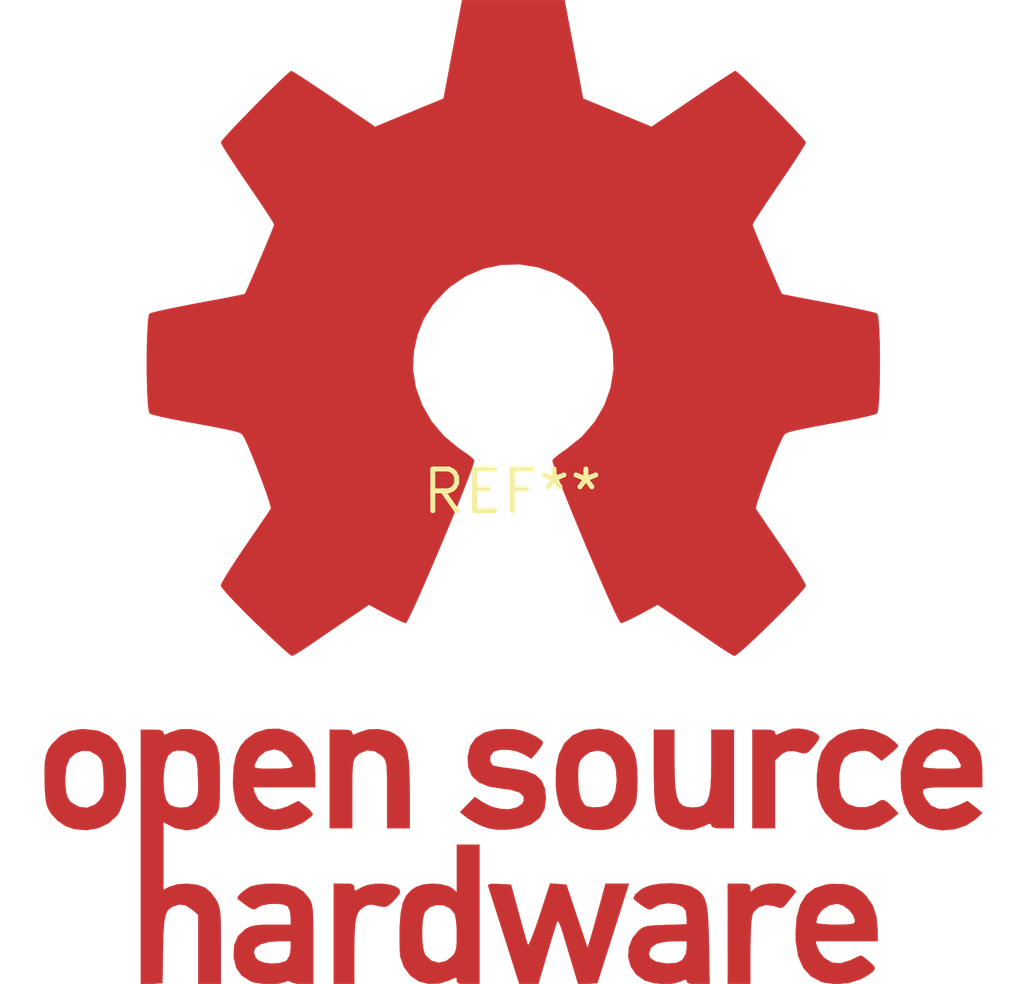
<source format=kicad_pcb>
(kicad_pcb (version 20240108) (generator pcbnew)
  (layers (0 "F.Cu" signal) (31 "B.Cu" signal) (34 "B.Paste" user) (35 "F.Paste" user) (36 "B.SilkS" user "B.Silkscreen") (37 "F.SilkS" user "F.Silkscreen") (38 "B.Mask" user) (39 "F.Mask" user) (44 "Edge.Cuts" user))
  (net 0 "")
  (footprint "OSHW-Logo_28.5x30mm_Copper" (layer "F.Cu") (at 0 0)
    (property "Reference" "REF**")
    (property "Value" "OSHW-Logo_28.5x30mm_Copper")
    (fp_poly (pts (xy 8.930982 7.236415) (xy 9.145641 7.301999) (xy 9.283849 7.384867) (xy 9.32887 7.450399) (xy 9.316477 7.52808) (xy 9.23607 7.650118) (xy 9.16808 7.736549) (xy 9.02792 7.892804) (xy 8.922617 7.958545) (xy 8.83285 7.954253) (xy 8.566559 7.886486) (xy 8.37099 7.889564) (xy 8.212179 7.966362) (xy 8.158863 8.011312) (xy 7.988207 8.169471) (xy 7.988207 10.23489) (xy 7.30172 10.23489) (xy 7.30172 7.239313) (xy 7.644963 7.239313) (xy 7.851043 7.247462) (xy 7.957364 7.276399) (xy 7.988193 7.332854) (xy 7.988207 7.334527) (xy 8.002766 7.393659) (xy 8.068604 7.385947) (xy 8.159828 7.343285) (xy 8.348239 7.2639) (xy 8.501233 7.216139) (xy 8.698091 7.203896) (xy 8.930982 7.236415)) (layer "F.Cu") (stroke (width 0.01)) (fill solid))
    (fp_poly (pts (xy 8.116008 11.91892) (xy 8.355923 11.966218) (xy 8.492508 12.036248) (xy 8.636189 12.152595) (xy 8.431769 12.410696) (xy 8.305733 12.567) (xy 8.220151 12.643256) (xy 8.135098 12.654906) (xy 8.01065 12.617391) (xy 7.952232 12.596166) (xy 7.714066 12.564851) (xy 7.495955 12.631977) (xy 7.335827 12.783621) (xy 7.309816 12.831971) (xy 7.281487 12.96005) (xy 7.259623 13.196093) (xy 7.245251 13.523369) (xy 7.239394 13.925143) (xy 7.239312 13.982298) (xy 7.239312 14.977887) (xy 6.552826 14.977887) (xy 6.552826 11.919902) (xy 6.896069 11.919902) (xy 7.093984 11.92507) (xy 7.197089 11.948068) (xy 7.235215 12.000137) (xy 7.239312 12.049247) (xy 7.239312 12.178593) (xy 7.403748 12.049247) (xy 7.592296 11.961004) (xy 7.845591 11.917372) (xy 8.116008 11.91892)) (layer "F.Cu") (stroke (width 0.01)) (fill solid))
    (fp_poly (pts (xy -4.930172 11.926534) (xy -4.836779 11.954529) (xy -4.806672 12.016034) (xy -4.805405 12.043801) (xy -4.800003 12.12114) (xy -4.762795 12.133281) (xy -4.662284 12.08026) (xy -4.60258 12.044034) (xy -4.414222 11.966454) (xy -4.189251 11.928095) (xy -3.953365 11.925146) (xy -3.732262 11.953796) (xy -3.551639 12.010236) (xy -3.437193 12.090656) (xy -3.414623 12.191244) (xy -3.426014 12.218484) (xy -3.509046 12.331559) (xy -3.637803 12.470631) (xy -3.661091 12.493111) (xy -3.783817 12.596486) (xy -3.889706 12.629886) (xy -4.037792 12.606576) (xy -4.097119 12.591086) (xy -4.281733 12.553884) (xy -4.411538 12.570613) (xy -4.521157 12.629618) (xy -4.621572 12.708802) (xy -4.695528 12.808387) (xy -4.746923 12.947365) (xy -4.779653 13.144726) (xy -4.797618 13.419463) (xy -4.804715 13.790565) (xy -4.805405 14.014628) (xy -4.805405 14.977887) (xy -5.429484 14.977887) (xy -5.429484 11.919902) (xy -5.117445 11.919902) (xy -4.930172 11.926534)) (layer "F.Cu") (stroke (width 0.01)) (fill solid))
    (fp_poly (pts (xy 4.930221 8.210737) (xy 4.93612 8.668443) (xy 4.957671 9.016099) (xy 5.000658 9.268083) (xy 5.070865 9.43877) (xy 5.174076 9.542536) (xy 5.316074 9.593757) (xy 5.491892 9.606842) (xy 5.676033 9.59218) (xy 5.8159 9.538613) (xy 5.917276 9.431762) (xy 5.985945 9.257253) (xy 6.027692 9.00071) (xy 6.048299 8.647755) (xy 6.053563 8.210737) (xy 6.053563 7.239313) (xy 6.740049 7.239313) (xy 6.740049 10.23489) (xy 6.396806 10.23489) (xy 6.189883 10.226506) (xy 6.083331 10.197059) (xy 6.053563 10.141157) (xy 6.035634 10.091369) (xy 5.964281 10.101902) (xy 5.820458 10.172361) (xy 5.490822 10.281055) (xy 5.141197 10.273354) (xy 4.806193 10.155325) (xy 4.646661 10.06209) (xy 4.524974 9.961141) (xy 4.436076 9.834832) (xy 4.374908 9.665513) (xy 4.336413 9.435538) (xy 4.315534 9.127259) (xy 4.307213 8.723028) (xy 4.306143 8.410434) (xy 4.306143 7.239313) (xy 4.930221 7.239313) (xy 4.930221 8.210737)) (layer "F.Cu") (stroke (width 0.01)) (fill solid))
    (fp_poly (pts (xy -3.742271 7.290868) (xy -3.58695 7.365056) (xy -3.436525 7.472218) (xy -3.321925 7.595553) (xy -3.238453 7.752862) (xy -3.181408 7.961943) (xy -3.146093 8.240595) (xy -3.127809 8.606618) (xy -3.121856 9.077808) (xy -3.121764 9.12715) (xy -3.120393 10.23489) (xy -3.806879 10.23489) (xy -3.806879 9.21367) (xy -3.807368 8.835334) (xy -3.810748 8.561123) (xy -3.819891 8.370349) (xy -3.837666 8.242323) (xy -3.866945 8.156354) (xy -3.910598 8.091754) (xy -3.971409 8.027921) (xy -4.184167 7.890769) (xy -4.416421 7.865318) (xy -4.637683 7.952034) (xy -4.71463 8.016574) (xy -4.771119 8.077254) (xy -4.811676 8.142237) (xy -4.838939 8.231947) (xy -4.855545 8.366804) (xy -4.864134 8.567231) (xy -4.867344 8.853648) (xy -4.867813 9.202323) (xy -4.867813 10.23489) (xy -5.5543 10.23489) (xy -5.5543 7.239313) (xy -5.211056 7.239313) (xy -5.004977 7.247462) (xy -4.898655 7.276399) (xy -4.867827 7.332854) (xy -4.867813 7.334527) (xy -4.85351 7.389815) (xy -4.790423 7.38354) (xy -4.664988 7.32279) (xy -4.3805 7.233407) (xy -4.055074 7.223466) (xy -3.742271 7.290868)) (layer "F.Cu") (stroke (width 0.01)) (fill solid))
    (fp_poly (pts (xy 11.004413 7.265449) (xy 11.365999 7.419055) (xy 11.479886 7.493829) (xy 11.625443 7.60874) (xy 11.716815 7.699093) (xy 11.732678 7.728522) (xy 11.687881 7.793825) (xy 11.573242 7.904636) (xy 11.481462 7.981976) (xy 11.230246 8.183859) (xy 11.031878 8.016944) (xy 10.878587 7.909187) (xy 10.729121 7.871992) (xy 10.558058 7.881075) (xy 10.286419 7.948613) (xy 10.099435 8.088794) (xy 9.985802 8.315415) (xy 9.934217 8.642271) (xy 9.934204 8.642475) (xy 9.938665 9.007803) (xy 10.007997 9.275847) (xy 10.146297 9.458342) (xy 10.240581 9.520143) (xy 10.490977 9.5971) (xy 10.758425 9.597146) (xy 10.991114 9.522477) (xy 11.046192 9.485996) (xy 11.184327 9.392807) (xy 11.292325 9.377534) (xy 11.408802 9.446894) (xy 11.53757 9.571472) (xy 11.741393 9.781764) (xy 11.515097 9.968297) (xy 11.165458 10.178822) (xy 10.77118 10.28257) (xy 10.359149 10.275058) (xy 10.088555 10.206267) (xy 9.772281 10.036148) (xy 9.519337 9.768521) (xy 9.404421 9.579607) (xy 9.311349 9.308557) (xy 9.264778 8.965269) (xy 9.264419 8.593221) (xy 9.309983 8.235889) (xy 9.401182 7.936749) (xy 9.415546 7.906079) (xy 9.628261 7.605279) (xy 9.916261 7.386271) (xy 10.256789 7.253601) (xy 10.627091 7.211812) (xy 11.004413 7.265449)) (layer "F.Cu") (stroke (width 0.01)) (fill solid))
    (fp_poly (pts (xy 3.031298 7.276244) (xy 3.346961 7.448152) (xy 3.593927 7.719533) (xy 3.710289 7.940248) (xy 3.760247 8.135193) (xy 3.792617 8.413104) (xy 3.806489 8.733251) (xy 3.800952 9.054904) (xy 3.775096 9.337333) (xy 3.744896 9.488178) (xy 3.643015 9.694538) (xy 3.466572 9.913724) (xy 3.253931 10.105395) (xy 3.043454 10.22921) (xy 3.038321 10.231174) (xy 2.777142 10.285277) (xy 2.467617 10.286617) (xy 2.17348 10.237361) (xy 2.059905 10.197883) (xy 1.767383 10.032003) (xy 1.557881 9.814672) (xy 1.420235 9.526946) (xy 1.34328 9.14988) (xy 1.325869 8.952375) (xy 1.32809 8.704196) (xy 1.997052 8.704196) (xy 2.019586 9.066334) (xy 2.08445 9.342298) (xy 2.187534 9.518621) (xy 2.260972 9.569042) (xy 2.449132 9.604203) (xy 2.672787 9.593793) (xy 2.866151 9.543196) (xy 2.916858 9.51536) (xy 3.050642 9.353233) (xy 3.138944 9.105113) (xy 3.176532 8.803157) (xy 3.158172 8.479519) (xy 3.117139 8.284744) (xy 2.999329 8.059181) (xy 2.813351 7.918181) (xy 2.589369 7.86943) (xy 2.357548 7.920615) (xy 2.179475 8.045814) (xy 2.085893 8.149111) (xy 2.031274 8.250927) (xy 2.00524 8.38872) (xy 1.997412 8.59995) (xy 1.997052 8.704196) (xy 1.32809 8.704196) (xy 1.330586 8.425336) (xy 1.416423 7.99315) (xy 1.583388 7.655799) (xy 1.831489 7.413269) (xy 2.160734 7.265544) (xy 2.231434 7.248413) (xy 2.656326 7.2082) (xy 3.031298 7.276244)) (layer "F.Cu") (stroke (width 0.01)) (fill solid))
    (fp_poly (pts (xy 1.397245 11.932578) (xy 1.644066 11.951106) (xy 1.966761 12.918428) (xy 2.289455 13.88575) (xy 2.390637 13.542507) (xy 2.451527 13.330379) (xy 2.531625 13.043713) (xy 2.618117 12.728606) (xy 2.663849 12.559583) (xy 2.83588 11.919902) (xy 3.545624 11.919902) (xy 3.333476 12.590787) (xy 3.229002 12.920765) (xy 3.102791 13.31879) (xy 2.970986 13.733981) (xy 2.853319 14.104177) (xy 2.58531 14.946684) (xy 2.295941 14.96551) (xy 2.006572 14.984337) (xy 1.849661 14.466248) (xy 1.752892 14.144409) (xy 1.647288 13.789603) (xy 1.554992 13.476243) (xy 1.551349 13.463772) (xy 1.482413 13.251444) (xy 1.42159 13.106568) (xy 1.378989 13.051784) (xy 1.370235 13.058121) (xy 1.339509 13.143053) (xy 1.281128 13.324985) (xy 1.202198 13.58104) (xy 1.109827 13.88834) (xy 1.059846 14.057371) (xy 0.789173 14.977887) (xy 0.214724 14.977887) (xy -0.2445 13.526905) (xy -0.373508 13.119886) (xy -0.491027 12.750256) (xy -0.591507 12.435379) (xy -0.669398 12.192621) (xy -0.719149 12.039344) (xy -0.734272 11.99456) (xy -0.7223 11.948707) (xy -0.628296 11.928625) (xy -0.432673 11.930633) (xy -0.40205 11.932152) (xy -0.03928 11.951106) (xy 0.198312 12.824816) (xy 0.285643 13.143457) (xy 0.363685 13.423563) (xy 0.425567 13.640815) (xy 0.464419 13.770892) (xy 0.471597 13.792099) (xy 0.501346 13.767713) (xy 0.561335 13.641364) (xy 0.644678 13.430254) (xy 0.744486 13.151587) (xy 0.828857 12.89986) (xy 1.150424 11.914049) (xy 1.397245 11.932578)) (layer "F.Cu") (stroke (width 0.01)) (fill solid))
    (fp_poly (pts (xy -12.597758 7.271742) (xy -12.27127 7.416083) (xy -12.02342 7.657103) (xy -11.853848 7.99517) (xy -11.762191 8.430652) (xy -11.755621 8.498646) (xy -11.750473 8.978026) (xy -11.817216 9.398218) (xy -11.95179 9.738788) (xy -12.023851 9.84834) (xy -12.274856 10.080202) (xy -12.594524 10.230372) (xy -12.952153 10.29269) (xy -13.317039 10.260998) (xy -13.594412 10.163388) (xy -13.832943 9.998894) (xy -14.027895 9.783226) (xy -14.031267 9.77818) (xy -14.110439 9.645066) (xy -14.161891 9.511212) (xy -14.193048 9.342284) (xy -14.211338 9.103947) (xy -14.219395 8.908501) (xy -14.222749 8.73126) (xy -13.598795 8.73126) (xy -13.592696 8.907702) (xy -13.570559 9.142579) (xy -13.531505 9.293314) (xy -13.461076 9.400555) (xy -13.395115 9.4632) (xy -13.161277 9.594362) (xy -12.916608 9.61189) (xy -12.688744 9.517518) (xy -12.574813 9.411766) (xy -12.492714 9.305197) (xy -12.444693 9.203225) (xy -12.423617 9.070516) (xy -12.422354 8.871736) (xy -12.428849 8.688671) (xy -12.442818 8.427157) (xy -12.464964 8.257539) (xy -12.504881 8.146903) (xy -12.572158 8.062338) (xy -12.625471 8.014006) (xy -12.848474 7.887045) (xy -13.089052 7.880716) (xy -13.290776 7.955918) (xy -13.462864 8.112963) (xy -13.565387 8.370936) (xy -13.598795 8.73126) (xy -14.222749 8.73126) (xy -14.226752 8.519838) (xy -14.214188 8.22917) (xy -14.176537 8.010552) (xy -14.108638 7.838037) (xy -14.005324 7.68568) (xy -13.967019 7.640441) (xy -13.727511 7.41504) (xy -13.470611 7.28338) (xy -13.156443 7.228219) (xy -13.003245 7.223711) (xy -12.597758 7.271742)) (layer "F.Cu") (stroke (width 0.01)) (fill solid))
    (fp_poly (pts (xy -0.998526 14.977887) (xy -1.341769 14.977887) (xy -1.540999 14.972047) (xy -1.644759 14.947858) (xy -1.682119 14.895322) (xy -1.685012 14.859799) (xy -1.691312 14.788563) (xy -1.731042 14.774902) (xy -1.835445 14.818815) (xy -1.916635 14.859799) (xy -2.228339 14.956917) (xy -2.567175 14.962537) (xy -2.842652 14.890105) (xy -3.099179 14.715115) (xy -3.294725 14.456822) (xy -3.401802 14.15216) (xy -3.404529 14.135126) (xy -3.420438 13.949271) (xy -3.428349 13.682461) (xy -3.427713 13.48067) (xy -2.746007 13.48067) (xy -2.730214 13.748873) (xy -2.69429 13.969935) (xy -2.645656 14.094772) (xy -2.461667 14.265369) (xy -2.243213 14.326525) (xy -2.017935 14.27707) (xy -1.82543 14.129552) (xy -1.752525 14.030337) (xy -1.709897 13.911944) (xy -1.68993 13.739128) (xy -1.685012 13.479555) (xy -1.693814 13.222505) (xy -1.717064 12.996658) (xy -1.750023 12.845517) (xy -1.755516 12.831971) (xy -1.888433 12.670907) (xy -2.082435 12.58248) (xy -2.299501 12.568202) (xy -2.501613 12.629587) (xy -2.650753 12.768149) (xy -2.666224 12.795721) (xy -2.714649 12.963843) (xy -2.741031 13.205576) (xy -2.746007 13.48067) (xy -3.427713 13.48067) (xy -3.42739 13.378353) (xy -3.422903 13.214684) (xy -3.392382 12.809784) (xy -3.328946 12.505785) (xy -3.223417 12.281049) (xy -3.066618 12.113939) (xy -2.914393 12.015842) (xy -2.701709 11.946883) (xy -2.437184 11.923232) (xy -2.166313 11.942496) (xy -1.934595 12.002284) (xy -1.812167 12.073805) (xy -1.685012 12.188879) (xy -1.685012 10.734153) (xy -0.998526 10.734153) (xy -0.998526 14.977887)) (layer "F.Cu") (stroke (width 0.01)) (fill solid))
    (fp_poly (pts (xy 13.290794 7.228604) (xy 13.450597 7.267426) (xy 13.756969 7.409584) (xy 14.018947 7.626699) (xy 14.200256 7.887015) (xy 14.225165 7.945464) (xy 14.259336 8.09856) (xy 14.283255 8.325036) (xy 14.291401 8.55394) (xy 14.291401 8.986733) (xy 13.386487 8.986733) (xy 13.013262 8.988143) (xy 12.750333 8.99671) (xy 12.583184 9.018933) (xy 12.497297 9.061313) (xy 12.478154 9.130351) (xy 12.511239 9.232548) (xy 12.570504 9.352129) (xy 12.735824 9.551697) (xy 12.96556 9.651122) (xy 13.246355 9.647883) (xy 13.564426 9.539667) (xy 13.839317 9.406115) (xy 14.295509 9.766831) (xy 14.08092 9.965096) (xy 13.794435 10.152426) (xy 13.442112 10.26537) (xy 13.06314 10.296977) (xy 12.696712 10.240297) (xy 12.637592 10.221065) (xy 12.31554 10.052881) (xy 12.075977 9.802143) (xy 11.913855 9.461367) (xy 11.824124 9.023066) (xy 11.823079 9.013672) (xy 11.815044 8.536002) (xy 11.847523 8.365591) (xy 12.481573 8.365591) (xy 12.539804 8.391796) (xy 12.6979 8.411868) (xy 12.930961 8.423328) (xy 13.078653 8.425062) (xy 13.354074 8.423977) (xy 13.526284 8.417076) (xy 13.616887 8.398887) (xy 13.647488 8.36394) (xy 13.639691 8.306764) (xy 13.633151 8.284644) (xy 13.521503 8.076796) (xy 13.34591 7.909286) (xy 13.190948 7.835677) (xy 12.98508 7.840122) (xy 12.776472 7.931916) (xy 12.601482 8.083898) (xy 12.496472 8.268906) (xy 12.481573 8.365591) (xy 11.847523 8.365591) (xy 11.895118 8.115879) (xy 12.053978 7.763306) (xy 12.282299 7.488289) (xy 12.570758 7.30083) (xy 12.910031 7.210934) (xy 13.290794 7.228604)) (layer "F.Cu") (stroke (width 0.01)) (fill solid))
    (fp_poly (pts (xy 0.069569 7.22858) (xy 0.305899 7.273399) (xy 0.551076 7.36714) (xy 0.577273 7.379091) (xy 0.7632 7.476856) (xy 0.891963 7.567708) (xy 0.933582 7.625909) (xy 0.893948 7.720827) (xy 0.797676 7.860878) (xy 0.754943 7.913158) (xy 0.578842 8.118944) (xy 0.35181 7.984992) (xy 0.135744 7.895756) (xy -0.113906 7.848057) (xy -0.353318 7.845044) (xy -0.538667 7.889864) (xy -0.583147 7.917839) (xy -0.667856 8.046105) (xy -0.67815 8.193857) (xy -0.614766 8.309283) (xy -0.577273 8.331668) (xy -0.464924 8.359469) (xy -0.267439 8.392143) (xy -0.023994 8.423366) (xy 0.020917 8.428262) (xy 0.411922 8.495899) (xy 0.695512 8.610788) (xy 0.88359 8.783537) (xy 0.988055 9.024755) (xy 1.020597 9.319384) (xy 0.975641 9.654297) (xy 0.829658 9.917294) (xy 0.582065 10.108851) (xy 0.232276 10.229442) (xy -0.15602 10.27702) (xy -0.472663 10.276448) (xy -0.729504 10.233236) (xy -0.904914 10.173577) (xy -1.126552 10.069627) (xy -1.331378 9.948991) (xy -1.404177 9.895893) (xy -1.5914 9.743071) (xy -1.365601 9.51459) (xy -1.139801 9.286108) (xy -0.883082 9.455997) (xy -0.625596 9.583595) (xy -0.350641 9.650335) (xy -0.086333 9.657377) (xy 0.139208 9.605882) (xy 0.297866 9.49701) (xy 0.349096 9.405148) (xy 0.341411 9.257823) (xy 0.214111 9.145163) (xy -0.032458 9.067366) (xy -0.302601 9.03141) (xy -0.718348 8.962809) (xy -1.027206 8.833382) (xy -1.233306 8.63934) (xy -1.340782 8.376893) (xy -1.355671 8.065737) (xy -1.282127 7.740727) (xy -1.114457 7.495064) (xy -0.851157 7.327626) (xy -0.490726 7.237289) (xy -0.223702 7.219581) (xy 0.069569 7.22858)) (layer "F.Cu") (stroke (width 0.01)) (fill solid))
    (fp_poly (pts (xy 10.087994 11.936215) (xy 10.3863 12.013772) (xy 10.636124 12.173838) (xy 10.757086 12.293413) (xy 10.955373 12.576088) (xy 11.069012 12.904004) (xy 11.108052 13.307095) (xy 11.108252 13.339681) (xy 11.1086 13.667322) (xy 9.222833 13.667322) (xy 9.26303 13.838944) (xy 9.33561 13.994377) (xy 9.462638 14.156332) (xy 9.489207 14.182187) (xy 9.717555 14.322117) (xy 9.977958 14.345848) (xy 10.277693 14.253786) (xy 10.328501 14.228993) (xy 10.484338 14.153625) (xy 10.588718 14.110685) (xy 10.60693 14.106714) (xy 10.670505 14.145276) (xy 10.791753 14.23962) (xy 10.853301 14.291174) (xy 10.980839 14.409603) (xy 11.02272 14.487801) (xy 10.993654 14.559735) (xy 10.978117 14.579405) (xy 10.872884 14.665491) (xy 10.699241 14.770114) (xy 10.578133 14.831189) (xy 10.234363 14.938798) (xy 9.85377 14.973664) (xy 9.49333 14.932349) (xy 9.392383 14.902767) (xy 9.079951 14.73534) (xy 8.848367 14.477715) (xy 8.69629 14.12739) (xy 8.62238 13.681859) (xy 8.614265 13.448895) (xy 8.637959 13.109714) (xy 9.236364 13.109714) (xy 9.294242 13.134788) (xy 9.449818 13.154462) (xy 9.676002 13.166072) (xy 9.829238 13.168059) (xy 10.104869 13.166143) (xy 10.278836 13.157173) (xy 10.374274 13.136318) (xy 10.414315 13.098746) (xy 10.422113 13.044228) (xy 10.36861 12.87629) (xy 10.233906 12.710314) (xy 10.056706 12.58292) (xy 9.879437 12.530807) (xy 9.638666 12.577036) (xy 9.430237 12.71068) (xy 9.285725 12.903318) (xy 9.236364 13.109714) (xy 8.637959 13.109714) (xy 8.648769 12.95498) (xy 8.75526 12.561466) (xy 8.935991 12.265234) (xy 9.193215 12.063166) (xy 9.529187 11.952142) (xy 9.711197 11.93076) (xy 10.087994 11.936215)) (layer "F.Cu") (stroke (width 0.01)) (fill solid))
    (fp_poly (pts (xy -6.733493 7.308798) (xy -6.671303 7.338077) (xy -6.456057 7.495751) (xy -6.252521 7.725857) (xy -6.100542 7.979227) (xy -6.057315 8.095715) (xy -6.017876 8.303791) (xy -5.99436 8.555253) (xy -5.991503 8.659091) (xy -5.991155 8.986733) (xy -7.876922 8.986733) (xy -7.836725 9.158354) (xy -7.738058 9.361332) (xy -7.565558 9.536753) (xy -7.360337 9.649754) (xy -7.229561 9.673219) (xy -7.052212 9.644743) (xy -6.840616 9.573322) (xy -6.768735 9.540462) (xy -6.502914 9.407704) (xy -6.27606 9.580734) (xy -6.145159 9.697762) (xy -6.075508 9.794355) (xy -6.07198 9.822705) (xy -6.134205 9.891414) (xy -6.270575 9.995831) (xy -6.394351 10.077291) (xy -6.728359 10.223728) (xy -7.102809 10.290007) (xy -7.473939 10.272775) (xy -7.769779 10.182698) (xy -8.074744 9.989738) (xy -8.291472 9.735681) (xy -8.427051 9.406982) (xy -8.488576 8.990095) (xy -8.494032 8.799338) (xy -8.472198 8.362209) (xy -8.469516 8.349493) (xy -7.844659 8.349493) (xy -7.827449 8.390485) (xy -7.756719 8.41309) (xy -7.610835 8.422779) (xy -7.368164 8.425023) (xy -7.274721 8.425062) (xy -6.990425 8.421675) (xy -6.810134 8.409374) (xy -6.713171 8.384952) (xy -6.678855 8.345201) (xy -6.677641 8.332435) (xy -6.716804 8.23099) (xy -6.81482 8.088878) (xy -6.856957 8.039118) (xy -7.01339 7.898386) (xy -7.176455 7.843053) (xy -7.264311 7.838428) (xy -7.50199 7.896268) (xy -7.701307 8.051633) (xy -7.827741 8.277292) (xy -7.829982 8.284644) (xy -7.844659 8.349493) (xy -8.469516 8.349493) (xy -8.399589 8.018011) (xy -8.268789 7.742629) (xy -8.10882 7.54715) (xy -7.813066 7.335184) (xy -7.465402 7.221915) (xy -7.095616 7.211676) (xy -6.733493 7.308798)) (layer "F.Cu") (stroke (width 0.01)) (fill solid))
    (fp_poly (pts (xy 5.153781 11.938435) (xy 5.416829 12.002325) (xy 5.492866 12.036174) (xy 5.640258 12.124832) (xy 5.753375 12.224688) (xy 5.837072 12.353077) (xy 5.896206 12.527339) (xy 5.935633 12.76481) (xy 5.960208 13.082828) (xy 5.974789 13.49873) (xy 5.980325 13.776536) (xy 6.000699 14.977887) (xy 5.652684 14.977887) (xy 5.441555 14.969034) (xy 5.332782 14.93878) (xy 5.304668 14.887977) (xy 5.289826 14.83304) (xy 5.223468 14.843544) (xy 5.133047 14.887592) (xy 4.906683 14.95511) (xy 4.615757 14.973304) (xy 4.309764 14.943545) (xy 4.0382 14.867202) (xy 4.013844 14.856605) (xy 3.76565 14.682248) (xy 3.602033 14.439865) (xy 3.526746 14.156542) (xy 3.532497 14.054752) (xy 4.146746 14.054752) (xy 4.200869 14.191739) (xy 4.361339 14.289904) (xy 4.620239 14.342589) (xy 4.7586 14.349585) (xy 4.989185 14.331676) (xy 5.142457 14.262075) (xy 5.179853 14.228993) (xy 5.281162 14.049006) (xy 5.304668 13.88575) (xy 5.304668 13.667322) (xy 5.00043 13.667322) (xy 4.646772 13.685348) (xy 4.398716 13.742043) (xy 4.241981 13.841336) (xy 4.206889 13.885603) (xy 4.146746 14.054752) (xy 3.532497 14.054752) (xy 3.543539 13.859362) (xy 3.656163 13.575411) (xy 3.809829 13.383515) (xy 3.902898 13.300551) (xy 3.994008 13.246029) (xy 4.112557 13.212786) (xy 4.287942 13.193658) (xy 4.549562 13.181482) (xy 4.65333 13.177981) (xy 5.304668 13.156698) (xy 5.303713 12.959553) (xy 5.278487 12.752327) (xy 5.187287 12.627025) (xy 5.003041 12.546976) (xy 4.998099 12.54555) (xy 4.736873 12.514075) (xy 4.481255 12.555187) (xy 4.291282 12.65516) (xy 4.215058 12.704525) (xy 4.13296 12.697695) (xy 4.006624 12.626174) (xy 3.932437 12.575699) (xy 3.787328 12.467855) (xy 3.697443 12.387016) (xy 3.68302 12.363872) (xy 3.74241 12.2441) (xy 3.917885 12.101065) (xy 3.994103 12.052805) (xy 4.213215 11.969687) (xy 4.508509 11.922598) (xy 4.83652 11.912019) (xy 5.153781 11.938435)) (layer "F.Cu") (stroke (width 0.01)) (fill solid))
    (fp_poly (pts (xy -6.870038 11.944081) (xy -6.576443 12.022417) (xy -6.352942 12.164409) (xy -6.195224 12.350384) (xy -6.146193 12.429755) (xy -6.109995 12.512896) (xy -6.084689 12.619251) (xy -6.068335 12.768266) (xy -6.058993 12.979386) (xy -6.054723 13.272056) (xy -6.053585 13.66572) (xy -6.053563 13.770163) (xy -6.053563 14.977887) (xy -6.35312 14.977887) (xy -6.544191 14.964506) (xy -6.685471 14.930606) (xy -6.720867 14.909698) (xy -6.817635 14.873614) (xy -6.91647 14.909698) (xy -7.079196 14.954747) (xy -7.315566 14.972878) (xy -7.577554 14.965011) (xy -7.817132 14.932064) (xy -7.957002 14.88979) (xy -8.227669 14.716035) (xy -8.396822 14.474907) (xy -8.472868 14.154303) (xy -8.473574 14.146069) (xy -8.4669 14.003842) (xy -7.863391 14.003842) (xy -7.810629 14.165615) (xy -7.724689 14.256658) (xy -7.552179 14.325516) (xy -7.324476 14.353003) (xy -7.092278 14.339475) (xy -6.906285 14.285289) (xy -6.854177 14.250525) (xy -6.763122 14.089891) (xy -6.740049 13.907281) (xy -6.740049 13.667322) (xy -7.085297 13.667322) (xy -7.413286 13.692572) (xy -7.661925 13.764107) (xy -7.8166 13.875606) (xy -7.863391 14.003842) (xy -8.4669 14.003842) (xy -8.457137 13.79579) (xy -8.341609 13.518839) (xy -8.124411 13.3094) (xy -8.09439 13.290349) (xy -7.965385 13.228315) (xy -7.805711 13.19075) (xy -7.582496 13.172491) (xy -7.317322 13.168293) (xy -6.740049 13.168059) (xy -6.740049 12.92607) (xy -6.764536 12.738312) (xy -6.827021 12.612524) (xy -6.834337 12.605828) (xy -6.973387 12.550801) (xy -7.183288 12.529472) (xy -7.415255 12.539953) (xy -7.620502 12.580358) (xy -7.742292 12.640957) (xy -7.808285 12.6895) (xy -7.87797 12.698768) (xy -7.97414 12.658996) (xy -8.119588 12.560423) (xy -8.337106 12.393286) (xy -8.35707 12.377629) (xy -8.34684 12.319695) (xy -8.261494 12.22334) (xy -8.131779 12.116265) (xy -7.98844 12.026175) (xy -7.943405 12.004901) (xy -7.779134 11.96245) (xy -7.538424 11.93217) (xy -7.269495 11.920024) (xy -7.256918 11.919999) (xy -6.870038 11.944081)) (layer "F.Cu") (stroke (width 0.01)) (fill solid))
    (fp_poly (pts (xy -9.473446 7.291773) (xy -9.341865 7.35678) (xy -9.179603 7.47006) (xy -9.06134 7.593589) (xy -8.980347 7.748705) (xy -8.929892 7.956743) (xy -8.903247 8.239039) (xy -8.89368 8.61693) (xy -8.89312 8.77939) (xy -8.894753 9.135443) (xy -8.901536 9.389906) (xy -8.916293 9.565985) (xy -8.941848 9.686883) (xy -8.981027 9.775806) (xy -9.021792 9.836467) (xy -9.282012 10.094564) (xy -9.588448 10.249808) (xy -9.919025 10.296501) (xy -10.251666 10.228944) (xy -10.35705 10.181169) (xy -10.609336 10.04967) (xy -10.609336 12.110331) (xy -10.425212 12.015117) (xy -10.182604 11.941448) (xy -9.884406 11.922577) (xy -9.586634 11.95742) (xy -9.361761 12.03569) (xy -9.175241 12.184751) (xy -9.015872 12.398053) (xy -9.00389 12.419953) (xy -8.95335 12.523108) (xy -8.91644 12.627085) (xy -8.891032 12.75304) (xy -8.875003 12.922132) (xy -8.866226 13.155517) (xy -8.862576 13.474354) (xy -8.861916 13.833158) (xy -8.861916 14.977887) (xy -9.548403 14.977887) (xy -9.548403 12.867115) (xy -9.740415 12.705548) (xy -9.939879 12.57631) (xy -10.12877 12.552813) (xy -10.318708 12.613282) (xy -10.419934 12.672494) (xy -10.495276 12.756835) (xy -10.54886 12.884298) (xy -10.584816 13.072876) (xy -10.607272 13.340563) (xy -10.620355 13.705353) (xy -10.624963 13.948158) (xy -10.64054 14.946684) (xy -10.968182 14.965547) (xy -11.295823 14.98441) (xy -11.295823 8.787994) (xy -10.609336 8.787994) (xy -10.591835 9.133444) (xy -10.532859 9.373242) (xy -10.422706 9.522441) (xy -10.25167 9.596094) (xy -10.07887 9.610811) (xy -9.883256 9.593899) (xy -9.753431 9.527336) (xy -9.672249 9.439384) (xy -9.608339 9.344784) (xy -9.570294 9.239395) (xy -9.553366 9.091732) (xy -9.55281 8.87031) (xy -9.558506 8.684907) (xy -9.571586 8.405603) (xy -9.591058 8.222234) (xy -9.62385 8.105922) (xy -9.676886 8.027787) (xy -9.726938 7.982624) (xy -9.936068 7.884136) (xy -10.183582 7.868232) (xy -10.325705 7.902158) (xy -10.466422 8.022746) (xy -10.559634 8.25732) (xy -10.604811 8.604225) (xy -10.609336 8.787994) (xy -11.295823 8.787994) (xy -11.295823 7.239313) (xy -10.95258 7.239313) (xy -10.7465 7.247462) (xy -10.640179 7.276399) (xy -10.60935 7.332854) (xy -10.609336 7.334527) (xy -10.595033 7.389815) (xy -10.531944 7.383538) (xy -10.406511 7.322787) (xy -10.114241 7.229849) (xy -9.78541 7.22008) (xy -9.473446 7.291773)) (layer "F.Cu") (stroke (width 0.01)) (fill solid))
    (fp_poly (pts (xy 2.153071 -11.953389) (xy 3.194156 -11.524219) (xy 4.235241 -11.09505) (xy 5.484197 -11.944331) (xy 5.83397 -12.180799) (xy 6.150145 -12.391934) (xy 6.417969 -12.568096) (xy 6.622688 -12.699646) (xy 6.749547 -12.776944) (xy 6.784095 -12.793611) (xy 6.846333 -12.750745) (xy 6.979327 -12.632239) (xy 7.168171 -12.453231) (xy 7.397957 -12.22886) (xy 7.653779 -11.974263) (xy 7.920729 -11.704579) (xy 8.183901 -11.434946) (xy 8.428387 -11.180503) (xy 8.63928 -10.956388) (xy 8.801674 -10.777738) (xy 8.90066 -10.659693) (xy 8.924324 -10.620187) (xy 8.890268 -10.547356) (xy 8.794791 -10.387796) (xy 8.647931 -10.157116) (xy 8.459728 -9.870922) (xy 8.240219 -9.544822) (xy 8.113022 -9.358822) (xy 7.88118 -9.019188) (xy 7.675164 -8.712703) (xy 7.50497 -8.454622) (xy 7.380592 -8.260201) (xy 7.312024 -8.144697) (xy 7.30172 -8.120423) (xy 7.325078 -8.051437) (xy 7.388747 -7.890657) (xy 7.48312 -7.660689) (xy 7.598591 -7.384139) (xy 7.725552 -7.083611) (xy 7.854399 -6.781713) (xy 7.975523 -6.501048) (xy 8.079318 -6.264224) (xy 8.156177 -6.093844) (xy 8.196495 -6.012516) (xy 8.198874 -6.009315) (xy 8.262181 -5.993787) (xy 8.430779 -5.959142) (xy 8.687192 -5.908789) (xy 9.013946 -5.846131) (xy 9.393565 -5.774575) (xy 9.615051 -5.733312) (xy 10.020693 -5.656078) (xy 10.387082 -5.582586) (xy 10.695683 -5.516857) (xy 10.927959 -5.462911) (xy 11.065374 -5.424771) (xy 11.092998 -5.41267) (xy 11.120053 -5.330767) (xy 11.141882 -5.145788) (xy 11.158501 -4.879366) (xy 11.169924 -4.55313) (xy 11.176165 -4.188713) (xy 11.177241 -3.807745) (xy 11.173165 -3.431856) (xy 11.163952 -3.082678) (xy 11.149617 -2.781842) (xy 11.130175 -2.550978) (xy 11.105641 -2.411718) (xy 11.090926 -2.382727) (xy 11.002966 -2.347979) (xy 10.816584 -2.2983) (xy 10.556432 -2.239528) (xy 10.247164 -2.177497) (xy 10.139206 -2.15743) (xy 9.618694 -2.062088) (xy 9.207528 -1.985306) (xy 8.89212 -1.924031) (xy 8.658886 -1.875212) (xy 8.494239 -1.835797) (xy 8.384594 -1.802734) (xy 8.316365 -1.772973) (xy 8.275965 -1.74346) (xy 8.270313 -1.737627) (xy 8.21389 -1.643666) (xy 8.127817 -1.460806) (xy 8.020687 -1.211439) (xy 7.901097 -0.917954) (xy 7.777639 -0.602745) (xy 7.65891 -0.288202) (xy 7.553502 0.003284) (xy 7.470011 0.249321) (xy 7.417032 0.427517) (xy 7.403158 0.515482) (xy 7.404315 0.518563) (xy 7.451323 0.590463) (xy 7.557966 0.748661) (xy 7.713038 0.97669) (xy 7.905331 1.258084) (xy 8.123639 1.576378) (xy 8.185811 1.666829) (xy 8.407489 1.994759) (xy 8.602557 2.293963) (xy 8.760387 2.54726) (xy 8.870354 2.737469) (xy 8.921831 2.84741) (xy 8.924324 2.860916) (xy 8.881074 2.931908) (xy 8.761564 3.072546) (xy 8.581159 3.267714) (xy 8.355222 3.502298) (xy 8.099115 3.761183) (xy 7.828202 4.029254) (xy 7.557846 4.291396) (xy 7.303411 4.532495) (xy 7.080259 4.737435) (xy 6.903755 4.891102) (xy 6.78926 4.97838) (xy 6.757587 4.992629) (xy 6.683861 4.959066) (xy 6.532916 4.868544) (xy 6.329338 4.736311) (xy 6.172706 4.629879) (xy 5.888897 4.434583) (xy 5.552797 4.204629) (xy 5.215671 3.975044) (xy 5.034422 3.85217) (xy 4.420932 3.437213) (xy 3.905951 3.715658) (xy 3.671339 3.83764) (xy 3.471836 3.932452) (xy 3.336848 3.98653) (xy 3.302487 3.994054) (xy 3.26117 3.938498) (xy 3.179656 3.781504) (xy 3.064032 3.537555) (xy 2.920383 3.221131) (xy 2.754793 2.846714) (xy 2.573347 2.428785) (xy 2.38213 1.981825) (xy 2.187228 1.520316) (xy 1.994725 1.058738) (xy 1.810705 0.611574) (xy 1.641255 0.193304) (xy 1.492458 -0.18159) (xy 1.370401 -0.498627) (xy 1.281167 -0.743325) (xy 1.230842 -0.901204) (xy 1.222749 -0.955427) (xy 1.286896 -1.024589) (xy 1.427346 -1.13686) (xy 1.614736 -1.268913) (xy 1.630464 -1.279361) (xy 2.114796 -1.667052) (xy 2.505327 -2.119355) (xy 2.798672 -2.621808) (xy 2.991447 -3.159947) (xy 3.080267 -3.719312) (xy 3.061749 -4.285438) (xy 2.932507 -4.843863) (xy 2.689157 -5.380125) (xy 2.617562 -5.497452) (xy 2.245174 -5.971227) (xy 1.805242 -6.351675) (xy 1.312994 -6.636818) (xy 0.783655 -6.824678) (xy 0.232452 -6.913275) (xy -0.325388 -6.900632) (xy -0.874639 -6.78477) (xy -1.400075 -6.56371) (xy -1.886469 -6.235474) (xy -2.036926 -6.10225) (xy -2.419843 -5.685224) (xy -2.698871 -5.246215) (xy -2.890275 -4.754125) (xy -2.996877 -4.266803) (xy -3.023193 -3.718898) (xy -2.935442 -3.168274) (xy -2.742538 -2.633541) (xy -2.453395 -2.133312) (xy -2.076925 -1.686197) (xy -1.622042 -1.310808) (xy -1.56226 -1.271239) (xy -1.372861 -1.141655) (xy -1.228883 -1.02938) (xy -1.160049 -0.957693) (xy -1.159048 -0.955427) (xy -1.173826 -0.877879) (xy -1.232406 -0.70188) (xy -1.328702 -0.441907) (xy -1.456626 -0.112439) (xy -1.61009 0.272047) (xy -1.783008 0.697073) (xy -1.969292 1.14816) (xy -2.162854 1.610831) (xy -2.357607 2.070607) (xy -2.547464 2.513011) (xy -2.726338 2.923565) (xy -2.888141 3.28779) (xy -3.026786 3.591208) (xy -3.136186 3.819342) (xy -3.210252 3.957714) (xy -3.240079 3.994054) (xy -3.331221 3.965756) (xy -3.501757 3.889858) (xy -3.722281 3.779927) (xy -3.843543 3.715658) (xy -4.358524 3.437213) (xy -4.972014 3.85217) (xy -5.285187 4.06475) (xy -5.628056 4.298688) (xy -5.949359 4.51896) (xy -6.110298 4.629879) (xy -6.336652 4.781877) (xy -6.528322 4.90233) (xy -6.660304 4.975983) (xy -6.703173 4.991553) (xy -6.765568 4.949551) (xy -6.903657 4.832297) (xy -7.104054 4.651965) (xy -7.35337 4.420728) (xy -7.638219 4.150762) (xy -7.818373 3.977425) (xy -8.133556 3.667744) (xy -8.405944 3.390758) (xy -8.624526 3.158316) (xy -8.778291 2.982266) (xy -8.856227 2.874457) (xy -8.863704 2.852579) (xy -8.829006 2.769359) (xy -8.733123 2.601094) (xy -8.586691 2.364818) (xy -8.400345 2.077566) (xy -8.184721 1.756375) (xy -8.123403 1.666829) (xy -7.899975 1.341373) (xy -7.699526 1.048354) (xy -7.533262 0.804239) (xy -7.41239 0.625494) (xy -7.348116 0.528584) (xy -7.341907 0.518563) (xy -7.351193 0.441332) (xy -7.400484 0.271526) (xy -7.481185 0.031538) (xy -7.584702 -0.256242) (xy -7.702441 -0.569422) (xy -7.825806 -0.88561) (xy -7.946204 -1.182416) (xy -8.055039 -1.437448) (xy -8.143718 -1.628314) (xy -8.203645 -1.732623) (xy -8.207905 -1.737627) (xy -8.244551 -1.767437) (xy -8.306446 -1.796917) (xy -8.407174 -1.829118) (xy -8.560322 -1.86709) (xy -8.779475 -1.913887) (xy -9.07822 -1.97256) (xy -9.470141 -2.04616) (xy -9.968826 -2.13774) (xy -10.076798 -2.15743) (xy -10.396805 -2.219258) (xy -10.675782 -2.279742) (xy -10.889075 -2.333046) (xy -11.01203 -2.373335) (xy -11.028518 -2.382727) (xy -11.055685 -2.465998) (xy -11.077769 -2.652084) (xy -11.094752 -2.919353) (xy -11.106622 -3.246176) (xy -11.113362 -3.610921) (xy -11.114959 -3.991956) (xy -11.111396 -4.367652) (xy -11.102661 -4.716378) (xy -11.088737 -5.016501) (xy -11.06961 -5.246393) (xy -11.045265 -5.38442) (xy -11.03059 -5.41267) (xy -10.948885 -5.441167) (xy -10.762834 -5.487527) (xy -10.490973 -5.547729) (xy -10.151839 -5.617751) (xy -9.763967 -5.693573) (xy -9.552643 -5.733312) (xy -9.151689 -5.808264) (xy -8.794135 -5.876164) (xy -8.497456 -5.933604) (xy -8.279129 -5.977179) (xy -8.156628 -6.003483) (xy -8.136466 -6.009315) (xy -8.10239 -6.075062) (xy -8.030358 -6.233427) (xy -7.929972 -6.461783) (xy -7.810832 -6.737508) (xy -7.682541 -7.037975) (xy -7.5547 -7.340561) (xy -7.436911 -7.622642) (xy -7.338776 -7.861592) (xy -7.269895 -8.034787) (xy -7.239871 -8.119603) (xy -7.239312 -8.12331) (xy -7.273348 -8.190218) (xy -7.368772 -8.344189) (xy -7.515552 -8.56992) (xy -7.70366 -8.852109) (xy -7.923067 -9.175451) (xy -8.050614 -9.361179) (xy -8.283028 -9.701723) (xy -8.489455 -10.010901) (xy -8.659822 -10.273073) (xy -8.784058 -10.472598) (xy -8.852091 -10.593836) (xy -8.861916 -10.621014) (xy -8.819679 -10.684275) (xy -8.70291 -10.819345) (xy -8.526526 -11.011094) (xy -8.305443 -11.244388) (xy -8.054577 -11.504097) (xy -7.788844 -11.775088) (xy -7.523161 -12.042228) (xy -7.272443 -12.290387) (xy -7.051607 -12.50443) (xy -6.875569 -12.669228) (xy -6.759245 -12.769646) (xy -6.720329 -12.793611) (xy -6.656967 -12.759912) (xy -6.505416 -12.665241) (xy -6.280412 -12.519233) (xy -5.99669 -12.331527) (xy -5.668985 -12.11176) (xy -5.421789 -11.944331) (xy -4.172833 -11.09505) (xy -3.131748 -11.524219) (xy -2.090663 -11.953389) (xy -1.808516 -13.450036) (xy -1.526368 -14.946683) (xy 1.588777 -14.946683) (xy 2.153071 -11.953389)) (layer "F.Cu") (stroke (width 0.01)) (fill solid))
  )
)
</source>
